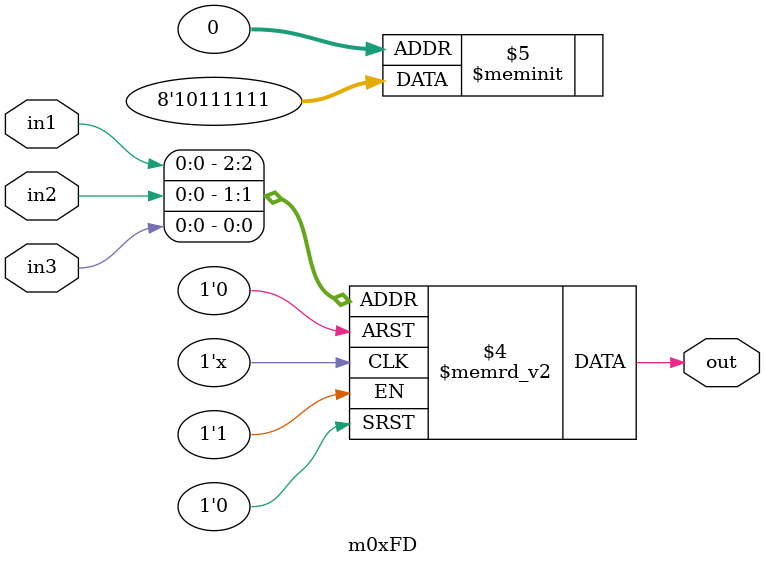
<source format=v>
module m0xFD(output out, input in1, in2, in3);

   always @(in1, in2, in3)
     begin
        case({in1, in2, in3})
          3'b000: {out} = 1'b1;
          3'b001: {out} = 1'b1;
          3'b010: {out} = 1'b1;
          3'b011: {out} = 1'b1;
          3'b100: {out} = 1'b1;
          3'b101: {out} = 1'b1;
          3'b110: {out} = 1'b0;
          3'b111: {out} = 1'b1;
        endcase // case ({in1, in2, in3})
     end // always @ (in1, in2, in3)

endmodule // m0xFD
</source>
